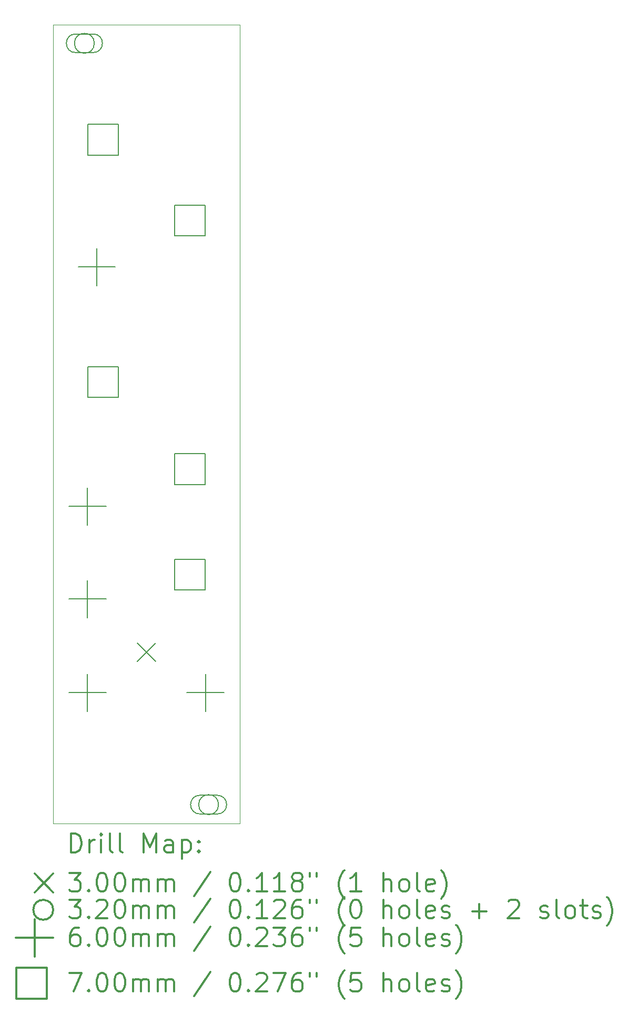
<source format=gbr>
%FSLAX45Y45*%
G04 Gerber Fmt 4.5, Leading zero omitted, Abs format (unit mm)*
G04 Created by KiCad (PCBNEW 5.1.9+dfsg1-1~bpo10+1) date 2022-03-11 22:20:48*
%MOMM*%
%LPD*%
G01*
G04 APERTURE LIST*
%TA.AperFunction,Profile*%
%ADD10C,0.050000*%
%TD*%
%ADD11C,0.200000*%
%ADD12C,0.300000*%
G04 APERTURE END LIST*
D10*
X7000000Y-4000000D02*
X7000000Y-16850000D01*
X4000000Y-16850000D02*
X4000000Y-4000000D01*
X7000000Y-16850000D02*
X4000000Y-16850000D01*
X4000000Y-4000000D02*
X7000000Y-4000000D01*
D11*
X5350000Y-13950000D02*
X5650000Y-14250000D01*
X5650000Y-13950000D02*
X5350000Y-14250000D01*
X4660000Y-4300000D02*
G75*
G03*
X4660000Y-4300000I-160000J0D01*
G01*
X4360000Y-4450000D02*
X4640000Y-4450000D01*
X4360000Y-4150000D02*
X4640000Y-4150000D01*
X4640000Y-4450000D02*
G75*
G03*
X4640000Y-4150000I0J150000D01*
G01*
X4360000Y-4150000D02*
G75*
G03*
X4360000Y-4450000I0J-150000D01*
G01*
X6660000Y-16550000D02*
G75*
G03*
X6660000Y-16550000I-160000J0D01*
G01*
X6360000Y-16700000D02*
X6640000Y-16700000D01*
X6360000Y-16400000D02*
X6640000Y-16400000D01*
X6640000Y-16700000D02*
G75*
G03*
X6640000Y-16400000I0J150000D01*
G01*
X6360000Y-16400000D02*
G75*
G03*
X6360000Y-16700000I0J-150000D01*
G01*
X4550000Y-11450000D02*
X4550000Y-12050000D01*
X4250000Y-11750000D02*
X4850000Y-11750000D01*
X4550000Y-12940000D02*
X4550000Y-13540000D01*
X4250000Y-13240000D02*
X4850000Y-13240000D01*
X4550000Y-14450000D02*
X4550000Y-15050000D01*
X4250000Y-14750000D02*
X4850000Y-14750000D01*
X4700000Y-7600000D02*
X4700000Y-8200000D01*
X4400000Y-7900000D02*
X5000000Y-7900000D01*
X6450000Y-14450000D02*
X6450000Y-15050000D01*
X6150000Y-14750000D02*
X6750000Y-14750000D01*
X5047490Y-6097490D02*
X5047490Y-5602510D01*
X4552510Y-5602510D01*
X4552510Y-6097490D01*
X5047490Y-6097490D01*
X5047490Y-9997490D02*
X5047490Y-9502510D01*
X4552510Y-9502510D01*
X4552510Y-9997490D01*
X5047490Y-9997490D01*
X6447490Y-7397490D02*
X6447490Y-6902510D01*
X5952510Y-6902510D01*
X5952510Y-7397490D01*
X6447490Y-7397490D01*
X6447490Y-11397490D02*
X6447490Y-10902510D01*
X5952510Y-10902510D01*
X5952510Y-11397490D01*
X6447490Y-11397490D01*
X6447490Y-13097490D02*
X6447490Y-12602510D01*
X5952510Y-12602510D01*
X5952510Y-13097490D01*
X6447490Y-13097490D01*
D12*
X4283928Y-17318214D02*
X4283928Y-17018214D01*
X4355357Y-17018214D01*
X4398214Y-17032500D01*
X4426786Y-17061072D01*
X4441071Y-17089643D01*
X4455357Y-17146786D01*
X4455357Y-17189643D01*
X4441071Y-17246786D01*
X4426786Y-17275357D01*
X4398214Y-17303929D01*
X4355357Y-17318214D01*
X4283928Y-17318214D01*
X4583928Y-17318214D02*
X4583928Y-17118214D01*
X4583928Y-17175357D02*
X4598214Y-17146786D01*
X4612500Y-17132500D01*
X4641071Y-17118214D01*
X4669643Y-17118214D01*
X4769643Y-17318214D02*
X4769643Y-17118214D01*
X4769643Y-17018214D02*
X4755357Y-17032500D01*
X4769643Y-17046786D01*
X4783928Y-17032500D01*
X4769643Y-17018214D01*
X4769643Y-17046786D01*
X4955357Y-17318214D02*
X4926786Y-17303929D01*
X4912500Y-17275357D01*
X4912500Y-17018214D01*
X5112500Y-17318214D02*
X5083928Y-17303929D01*
X5069643Y-17275357D01*
X5069643Y-17018214D01*
X5455357Y-17318214D02*
X5455357Y-17018214D01*
X5555357Y-17232500D01*
X5655357Y-17018214D01*
X5655357Y-17318214D01*
X5926786Y-17318214D02*
X5926786Y-17161072D01*
X5912500Y-17132500D01*
X5883928Y-17118214D01*
X5826786Y-17118214D01*
X5798214Y-17132500D01*
X5926786Y-17303929D02*
X5898214Y-17318214D01*
X5826786Y-17318214D01*
X5798214Y-17303929D01*
X5783928Y-17275357D01*
X5783928Y-17246786D01*
X5798214Y-17218214D01*
X5826786Y-17203929D01*
X5898214Y-17203929D01*
X5926786Y-17189643D01*
X6069643Y-17118214D02*
X6069643Y-17418214D01*
X6069643Y-17132500D02*
X6098214Y-17118214D01*
X6155357Y-17118214D01*
X6183928Y-17132500D01*
X6198214Y-17146786D01*
X6212500Y-17175357D01*
X6212500Y-17261072D01*
X6198214Y-17289643D01*
X6183928Y-17303929D01*
X6155357Y-17318214D01*
X6098214Y-17318214D01*
X6069643Y-17303929D01*
X6341071Y-17289643D02*
X6355357Y-17303929D01*
X6341071Y-17318214D01*
X6326786Y-17303929D01*
X6341071Y-17289643D01*
X6341071Y-17318214D01*
X6341071Y-17132500D02*
X6355357Y-17146786D01*
X6341071Y-17161072D01*
X6326786Y-17146786D01*
X6341071Y-17132500D01*
X6341071Y-17161072D01*
X3697500Y-17662500D02*
X3997500Y-17962500D01*
X3997500Y-17662500D02*
X3697500Y-17962500D01*
X4255357Y-17648214D02*
X4441071Y-17648214D01*
X4341071Y-17762500D01*
X4383928Y-17762500D01*
X4412500Y-17776786D01*
X4426786Y-17791072D01*
X4441071Y-17819643D01*
X4441071Y-17891072D01*
X4426786Y-17919643D01*
X4412500Y-17933929D01*
X4383928Y-17948214D01*
X4298214Y-17948214D01*
X4269643Y-17933929D01*
X4255357Y-17919643D01*
X4569643Y-17919643D02*
X4583928Y-17933929D01*
X4569643Y-17948214D01*
X4555357Y-17933929D01*
X4569643Y-17919643D01*
X4569643Y-17948214D01*
X4769643Y-17648214D02*
X4798214Y-17648214D01*
X4826786Y-17662500D01*
X4841071Y-17676786D01*
X4855357Y-17705357D01*
X4869643Y-17762500D01*
X4869643Y-17833929D01*
X4855357Y-17891072D01*
X4841071Y-17919643D01*
X4826786Y-17933929D01*
X4798214Y-17948214D01*
X4769643Y-17948214D01*
X4741071Y-17933929D01*
X4726786Y-17919643D01*
X4712500Y-17891072D01*
X4698214Y-17833929D01*
X4698214Y-17762500D01*
X4712500Y-17705357D01*
X4726786Y-17676786D01*
X4741071Y-17662500D01*
X4769643Y-17648214D01*
X5055357Y-17648214D02*
X5083928Y-17648214D01*
X5112500Y-17662500D01*
X5126786Y-17676786D01*
X5141071Y-17705357D01*
X5155357Y-17762500D01*
X5155357Y-17833929D01*
X5141071Y-17891072D01*
X5126786Y-17919643D01*
X5112500Y-17933929D01*
X5083928Y-17948214D01*
X5055357Y-17948214D01*
X5026786Y-17933929D01*
X5012500Y-17919643D01*
X4998214Y-17891072D01*
X4983928Y-17833929D01*
X4983928Y-17762500D01*
X4998214Y-17705357D01*
X5012500Y-17676786D01*
X5026786Y-17662500D01*
X5055357Y-17648214D01*
X5283928Y-17948214D02*
X5283928Y-17748214D01*
X5283928Y-17776786D02*
X5298214Y-17762500D01*
X5326786Y-17748214D01*
X5369643Y-17748214D01*
X5398214Y-17762500D01*
X5412500Y-17791072D01*
X5412500Y-17948214D01*
X5412500Y-17791072D02*
X5426786Y-17762500D01*
X5455357Y-17748214D01*
X5498214Y-17748214D01*
X5526786Y-17762500D01*
X5541071Y-17791072D01*
X5541071Y-17948214D01*
X5683928Y-17948214D02*
X5683928Y-17748214D01*
X5683928Y-17776786D02*
X5698214Y-17762500D01*
X5726786Y-17748214D01*
X5769643Y-17748214D01*
X5798214Y-17762500D01*
X5812500Y-17791072D01*
X5812500Y-17948214D01*
X5812500Y-17791072D02*
X5826786Y-17762500D01*
X5855357Y-17748214D01*
X5898214Y-17748214D01*
X5926786Y-17762500D01*
X5941071Y-17791072D01*
X5941071Y-17948214D01*
X6526786Y-17633929D02*
X6269643Y-18019643D01*
X6912500Y-17648214D02*
X6941071Y-17648214D01*
X6969643Y-17662500D01*
X6983928Y-17676786D01*
X6998214Y-17705357D01*
X7012500Y-17762500D01*
X7012500Y-17833929D01*
X6998214Y-17891072D01*
X6983928Y-17919643D01*
X6969643Y-17933929D01*
X6941071Y-17948214D01*
X6912500Y-17948214D01*
X6883928Y-17933929D01*
X6869643Y-17919643D01*
X6855357Y-17891072D01*
X6841071Y-17833929D01*
X6841071Y-17762500D01*
X6855357Y-17705357D01*
X6869643Y-17676786D01*
X6883928Y-17662500D01*
X6912500Y-17648214D01*
X7141071Y-17919643D02*
X7155357Y-17933929D01*
X7141071Y-17948214D01*
X7126786Y-17933929D01*
X7141071Y-17919643D01*
X7141071Y-17948214D01*
X7441071Y-17948214D02*
X7269643Y-17948214D01*
X7355357Y-17948214D02*
X7355357Y-17648214D01*
X7326786Y-17691072D01*
X7298214Y-17719643D01*
X7269643Y-17733929D01*
X7726786Y-17948214D02*
X7555357Y-17948214D01*
X7641071Y-17948214D02*
X7641071Y-17648214D01*
X7612500Y-17691072D01*
X7583928Y-17719643D01*
X7555357Y-17733929D01*
X7898214Y-17776786D02*
X7869643Y-17762500D01*
X7855357Y-17748214D01*
X7841071Y-17719643D01*
X7841071Y-17705357D01*
X7855357Y-17676786D01*
X7869643Y-17662500D01*
X7898214Y-17648214D01*
X7955357Y-17648214D01*
X7983928Y-17662500D01*
X7998214Y-17676786D01*
X8012500Y-17705357D01*
X8012500Y-17719643D01*
X7998214Y-17748214D01*
X7983928Y-17762500D01*
X7955357Y-17776786D01*
X7898214Y-17776786D01*
X7869643Y-17791072D01*
X7855357Y-17805357D01*
X7841071Y-17833929D01*
X7841071Y-17891072D01*
X7855357Y-17919643D01*
X7869643Y-17933929D01*
X7898214Y-17948214D01*
X7955357Y-17948214D01*
X7983928Y-17933929D01*
X7998214Y-17919643D01*
X8012500Y-17891072D01*
X8012500Y-17833929D01*
X7998214Y-17805357D01*
X7983928Y-17791072D01*
X7955357Y-17776786D01*
X8126786Y-17648214D02*
X8126786Y-17705357D01*
X8241071Y-17648214D02*
X8241071Y-17705357D01*
X8683928Y-18062500D02*
X8669643Y-18048214D01*
X8641071Y-18005357D01*
X8626786Y-17976786D01*
X8612500Y-17933929D01*
X8598214Y-17862500D01*
X8598214Y-17805357D01*
X8612500Y-17733929D01*
X8626786Y-17691072D01*
X8641071Y-17662500D01*
X8669643Y-17619643D01*
X8683928Y-17605357D01*
X8955357Y-17948214D02*
X8783928Y-17948214D01*
X8869643Y-17948214D02*
X8869643Y-17648214D01*
X8841071Y-17691072D01*
X8812500Y-17719643D01*
X8783928Y-17733929D01*
X9312500Y-17948214D02*
X9312500Y-17648214D01*
X9441071Y-17948214D02*
X9441071Y-17791072D01*
X9426786Y-17762500D01*
X9398214Y-17748214D01*
X9355357Y-17748214D01*
X9326786Y-17762500D01*
X9312500Y-17776786D01*
X9626786Y-17948214D02*
X9598214Y-17933929D01*
X9583928Y-17919643D01*
X9569643Y-17891072D01*
X9569643Y-17805357D01*
X9583928Y-17776786D01*
X9598214Y-17762500D01*
X9626786Y-17748214D01*
X9669643Y-17748214D01*
X9698214Y-17762500D01*
X9712500Y-17776786D01*
X9726786Y-17805357D01*
X9726786Y-17891072D01*
X9712500Y-17919643D01*
X9698214Y-17933929D01*
X9669643Y-17948214D01*
X9626786Y-17948214D01*
X9898214Y-17948214D02*
X9869643Y-17933929D01*
X9855357Y-17905357D01*
X9855357Y-17648214D01*
X10126786Y-17933929D02*
X10098214Y-17948214D01*
X10041071Y-17948214D01*
X10012500Y-17933929D01*
X9998214Y-17905357D01*
X9998214Y-17791072D01*
X10012500Y-17762500D01*
X10041071Y-17748214D01*
X10098214Y-17748214D01*
X10126786Y-17762500D01*
X10141071Y-17791072D01*
X10141071Y-17819643D01*
X9998214Y-17848214D01*
X10241071Y-18062500D02*
X10255357Y-18048214D01*
X10283928Y-18005357D01*
X10298214Y-17976786D01*
X10312500Y-17933929D01*
X10326786Y-17862500D01*
X10326786Y-17805357D01*
X10312500Y-17733929D01*
X10298214Y-17691072D01*
X10283928Y-17662500D01*
X10255357Y-17619643D01*
X10241071Y-17605357D01*
X3997500Y-18242500D02*
G75*
G03*
X3997500Y-18242500I-160000J0D01*
G01*
X4255357Y-18078214D02*
X4441071Y-18078214D01*
X4341071Y-18192500D01*
X4383928Y-18192500D01*
X4412500Y-18206786D01*
X4426786Y-18221072D01*
X4441071Y-18249643D01*
X4441071Y-18321072D01*
X4426786Y-18349643D01*
X4412500Y-18363929D01*
X4383928Y-18378214D01*
X4298214Y-18378214D01*
X4269643Y-18363929D01*
X4255357Y-18349643D01*
X4569643Y-18349643D02*
X4583928Y-18363929D01*
X4569643Y-18378214D01*
X4555357Y-18363929D01*
X4569643Y-18349643D01*
X4569643Y-18378214D01*
X4698214Y-18106786D02*
X4712500Y-18092500D01*
X4741071Y-18078214D01*
X4812500Y-18078214D01*
X4841071Y-18092500D01*
X4855357Y-18106786D01*
X4869643Y-18135357D01*
X4869643Y-18163929D01*
X4855357Y-18206786D01*
X4683928Y-18378214D01*
X4869643Y-18378214D01*
X5055357Y-18078214D02*
X5083928Y-18078214D01*
X5112500Y-18092500D01*
X5126786Y-18106786D01*
X5141071Y-18135357D01*
X5155357Y-18192500D01*
X5155357Y-18263929D01*
X5141071Y-18321072D01*
X5126786Y-18349643D01*
X5112500Y-18363929D01*
X5083928Y-18378214D01*
X5055357Y-18378214D01*
X5026786Y-18363929D01*
X5012500Y-18349643D01*
X4998214Y-18321072D01*
X4983928Y-18263929D01*
X4983928Y-18192500D01*
X4998214Y-18135357D01*
X5012500Y-18106786D01*
X5026786Y-18092500D01*
X5055357Y-18078214D01*
X5283928Y-18378214D02*
X5283928Y-18178214D01*
X5283928Y-18206786D02*
X5298214Y-18192500D01*
X5326786Y-18178214D01*
X5369643Y-18178214D01*
X5398214Y-18192500D01*
X5412500Y-18221072D01*
X5412500Y-18378214D01*
X5412500Y-18221072D02*
X5426786Y-18192500D01*
X5455357Y-18178214D01*
X5498214Y-18178214D01*
X5526786Y-18192500D01*
X5541071Y-18221072D01*
X5541071Y-18378214D01*
X5683928Y-18378214D02*
X5683928Y-18178214D01*
X5683928Y-18206786D02*
X5698214Y-18192500D01*
X5726786Y-18178214D01*
X5769643Y-18178214D01*
X5798214Y-18192500D01*
X5812500Y-18221072D01*
X5812500Y-18378214D01*
X5812500Y-18221072D02*
X5826786Y-18192500D01*
X5855357Y-18178214D01*
X5898214Y-18178214D01*
X5926786Y-18192500D01*
X5941071Y-18221072D01*
X5941071Y-18378214D01*
X6526786Y-18063929D02*
X6269643Y-18449643D01*
X6912500Y-18078214D02*
X6941071Y-18078214D01*
X6969643Y-18092500D01*
X6983928Y-18106786D01*
X6998214Y-18135357D01*
X7012500Y-18192500D01*
X7012500Y-18263929D01*
X6998214Y-18321072D01*
X6983928Y-18349643D01*
X6969643Y-18363929D01*
X6941071Y-18378214D01*
X6912500Y-18378214D01*
X6883928Y-18363929D01*
X6869643Y-18349643D01*
X6855357Y-18321072D01*
X6841071Y-18263929D01*
X6841071Y-18192500D01*
X6855357Y-18135357D01*
X6869643Y-18106786D01*
X6883928Y-18092500D01*
X6912500Y-18078214D01*
X7141071Y-18349643D02*
X7155357Y-18363929D01*
X7141071Y-18378214D01*
X7126786Y-18363929D01*
X7141071Y-18349643D01*
X7141071Y-18378214D01*
X7441071Y-18378214D02*
X7269643Y-18378214D01*
X7355357Y-18378214D02*
X7355357Y-18078214D01*
X7326786Y-18121072D01*
X7298214Y-18149643D01*
X7269643Y-18163929D01*
X7555357Y-18106786D02*
X7569643Y-18092500D01*
X7598214Y-18078214D01*
X7669643Y-18078214D01*
X7698214Y-18092500D01*
X7712500Y-18106786D01*
X7726786Y-18135357D01*
X7726786Y-18163929D01*
X7712500Y-18206786D01*
X7541071Y-18378214D01*
X7726786Y-18378214D01*
X7983928Y-18078214D02*
X7926786Y-18078214D01*
X7898214Y-18092500D01*
X7883928Y-18106786D01*
X7855357Y-18149643D01*
X7841071Y-18206786D01*
X7841071Y-18321072D01*
X7855357Y-18349643D01*
X7869643Y-18363929D01*
X7898214Y-18378214D01*
X7955357Y-18378214D01*
X7983928Y-18363929D01*
X7998214Y-18349643D01*
X8012500Y-18321072D01*
X8012500Y-18249643D01*
X7998214Y-18221072D01*
X7983928Y-18206786D01*
X7955357Y-18192500D01*
X7898214Y-18192500D01*
X7869643Y-18206786D01*
X7855357Y-18221072D01*
X7841071Y-18249643D01*
X8126786Y-18078214D02*
X8126786Y-18135357D01*
X8241071Y-18078214D02*
X8241071Y-18135357D01*
X8683928Y-18492500D02*
X8669643Y-18478214D01*
X8641071Y-18435357D01*
X8626786Y-18406786D01*
X8612500Y-18363929D01*
X8598214Y-18292500D01*
X8598214Y-18235357D01*
X8612500Y-18163929D01*
X8626786Y-18121072D01*
X8641071Y-18092500D01*
X8669643Y-18049643D01*
X8683928Y-18035357D01*
X8855357Y-18078214D02*
X8883928Y-18078214D01*
X8912500Y-18092500D01*
X8926786Y-18106786D01*
X8941071Y-18135357D01*
X8955357Y-18192500D01*
X8955357Y-18263929D01*
X8941071Y-18321072D01*
X8926786Y-18349643D01*
X8912500Y-18363929D01*
X8883928Y-18378214D01*
X8855357Y-18378214D01*
X8826786Y-18363929D01*
X8812500Y-18349643D01*
X8798214Y-18321072D01*
X8783928Y-18263929D01*
X8783928Y-18192500D01*
X8798214Y-18135357D01*
X8812500Y-18106786D01*
X8826786Y-18092500D01*
X8855357Y-18078214D01*
X9312500Y-18378214D02*
X9312500Y-18078214D01*
X9441071Y-18378214D02*
X9441071Y-18221072D01*
X9426786Y-18192500D01*
X9398214Y-18178214D01*
X9355357Y-18178214D01*
X9326786Y-18192500D01*
X9312500Y-18206786D01*
X9626786Y-18378214D02*
X9598214Y-18363929D01*
X9583928Y-18349643D01*
X9569643Y-18321072D01*
X9569643Y-18235357D01*
X9583928Y-18206786D01*
X9598214Y-18192500D01*
X9626786Y-18178214D01*
X9669643Y-18178214D01*
X9698214Y-18192500D01*
X9712500Y-18206786D01*
X9726786Y-18235357D01*
X9726786Y-18321072D01*
X9712500Y-18349643D01*
X9698214Y-18363929D01*
X9669643Y-18378214D01*
X9626786Y-18378214D01*
X9898214Y-18378214D02*
X9869643Y-18363929D01*
X9855357Y-18335357D01*
X9855357Y-18078214D01*
X10126786Y-18363929D02*
X10098214Y-18378214D01*
X10041071Y-18378214D01*
X10012500Y-18363929D01*
X9998214Y-18335357D01*
X9998214Y-18221072D01*
X10012500Y-18192500D01*
X10041071Y-18178214D01*
X10098214Y-18178214D01*
X10126786Y-18192500D01*
X10141071Y-18221072D01*
X10141071Y-18249643D01*
X9998214Y-18278214D01*
X10255357Y-18363929D02*
X10283928Y-18378214D01*
X10341071Y-18378214D01*
X10369643Y-18363929D01*
X10383928Y-18335357D01*
X10383928Y-18321072D01*
X10369643Y-18292500D01*
X10341071Y-18278214D01*
X10298214Y-18278214D01*
X10269643Y-18263929D01*
X10255357Y-18235357D01*
X10255357Y-18221072D01*
X10269643Y-18192500D01*
X10298214Y-18178214D01*
X10341071Y-18178214D01*
X10369643Y-18192500D01*
X10741071Y-18263929D02*
X10969643Y-18263929D01*
X10855357Y-18378214D02*
X10855357Y-18149643D01*
X11326786Y-18106786D02*
X11341071Y-18092500D01*
X11369643Y-18078214D01*
X11441071Y-18078214D01*
X11469643Y-18092500D01*
X11483928Y-18106786D01*
X11498214Y-18135357D01*
X11498214Y-18163929D01*
X11483928Y-18206786D01*
X11312500Y-18378214D01*
X11498214Y-18378214D01*
X11841071Y-18363929D02*
X11869643Y-18378214D01*
X11926786Y-18378214D01*
X11955357Y-18363929D01*
X11969643Y-18335357D01*
X11969643Y-18321072D01*
X11955357Y-18292500D01*
X11926786Y-18278214D01*
X11883928Y-18278214D01*
X11855357Y-18263929D01*
X11841071Y-18235357D01*
X11841071Y-18221072D01*
X11855357Y-18192500D01*
X11883928Y-18178214D01*
X11926786Y-18178214D01*
X11955357Y-18192500D01*
X12141071Y-18378214D02*
X12112500Y-18363929D01*
X12098214Y-18335357D01*
X12098214Y-18078214D01*
X12298214Y-18378214D02*
X12269643Y-18363929D01*
X12255357Y-18349643D01*
X12241071Y-18321072D01*
X12241071Y-18235357D01*
X12255357Y-18206786D01*
X12269643Y-18192500D01*
X12298214Y-18178214D01*
X12341071Y-18178214D01*
X12369643Y-18192500D01*
X12383928Y-18206786D01*
X12398214Y-18235357D01*
X12398214Y-18321072D01*
X12383928Y-18349643D01*
X12369643Y-18363929D01*
X12341071Y-18378214D01*
X12298214Y-18378214D01*
X12483928Y-18178214D02*
X12598214Y-18178214D01*
X12526786Y-18078214D02*
X12526786Y-18335357D01*
X12541071Y-18363929D01*
X12569643Y-18378214D01*
X12598214Y-18378214D01*
X12683928Y-18363929D02*
X12712500Y-18378214D01*
X12769643Y-18378214D01*
X12798214Y-18363929D01*
X12812500Y-18335357D01*
X12812500Y-18321072D01*
X12798214Y-18292500D01*
X12769643Y-18278214D01*
X12726786Y-18278214D01*
X12698214Y-18263929D01*
X12683928Y-18235357D01*
X12683928Y-18221072D01*
X12698214Y-18192500D01*
X12726786Y-18178214D01*
X12769643Y-18178214D01*
X12798214Y-18192500D01*
X12912500Y-18492500D02*
X12926786Y-18478214D01*
X12955357Y-18435357D01*
X12969643Y-18406786D01*
X12983928Y-18363929D01*
X12998214Y-18292500D01*
X12998214Y-18235357D01*
X12983928Y-18163929D01*
X12969643Y-18121072D01*
X12955357Y-18092500D01*
X12926786Y-18049643D01*
X12912500Y-18035357D01*
X3697500Y-18392500D02*
X3697500Y-18992500D01*
X3397500Y-18692500D02*
X3997500Y-18692500D01*
X4412500Y-18528214D02*
X4355357Y-18528214D01*
X4326786Y-18542500D01*
X4312500Y-18556786D01*
X4283928Y-18599643D01*
X4269643Y-18656786D01*
X4269643Y-18771072D01*
X4283928Y-18799643D01*
X4298214Y-18813929D01*
X4326786Y-18828214D01*
X4383928Y-18828214D01*
X4412500Y-18813929D01*
X4426786Y-18799643D01*
X4441071Y-18771072D01*
X4441071Y-18699643D01*
X4426786Y-18671072D01*
X4412500Y-18656786D01*
X4383928Y-18642500D01*
X4326786Y-18642500D01*
X4298214Y-18656786D01*
X4283928Y-18671072D01*
X4269643Y-18699643D01*
X4569643Y-18799643D02*
X4583928Y-18813929D01*
X4569643Y-18828214D01*
X4555357Y-18813929D01*
X4569643Y-18799643D01*
X4569643Y-18828214D01*
X4769643Y-18528214D02*
X4798214Y-18528214D01*
X4826786Y-18542500D01*
X4841071Y-18556786D01*
X4855357Y-18585357D01*
X4869643Y-18642500D01*
X4869643Y-18713929D01*
X4855357Y-18771072D01*
X4841071Y-18799643D01*
X4826786Y-18813929D01*
X4798214Y-18828214D01*
X4769643Y-18828214D01*
X4741071Y-18813929D01*
X4726786Y-18799643D01*
X4712500Y-18771072D01*
X4698214Y-18713929D01*
X4698214Y-18642500D01*
X4712500Y-18585357D01*
X4726786Y-18556786D01*
X4741071Y-18542500D01*
X4769643Y-18528214D01*
X5055357Y-18528214D02*
X5083928Y-18528214D01*
X5112500Y-18542500D01*
X5126786Y-18556786D01*
X5141071Y-18585357D01*
X5155357Y-18642500D01*
X5155357Y-18713929D01*
X5141071Y-18771072D01*
X5126786Y-18799643D01*
X5112500Y-18813929D01*
X5083928Y-18828214D01*
X5055357Y-18828214D01*
X5026786Y-18813929D01*
X5012500Y-18799643D01*
X4998214Y-18771072D01*
X4983928Y-18713929D01*
X4983928Y-18642500D01*
X4998214Y-18585357D01*
X5012500Y-18556786D01*
X5026786Y-18542500D01*
X5055357Y-18528214D01*
X5283928Y-18828214D02*
X5283928Y-18628214D01*
X5283928Y-18656786D02*
X5298214Y-18642500D01*
X5326786Y-18628214D01*
X5369643Y-18628214D01*
X5398214Y-18642500D01*
X5412500Y-18671072D01*
X5412500Y-18828214D01*
X5412500Y-18671072D02*
X5426786Y-18642500D01*
X5455357Y-18628214D01*
X5498214Y-18628214D01*
X5526786Y-18642500D01*
X5541071Y-18671072D01*
X5541071Y-18828214D01*
X5683928Y-18828214D02*
X5683928Y-18628214D01*
X5683928Y-18656786D02*
X5698214Y-18642500D01*
X5726786Y-18628214D01*
X5769643Y-18628214D01*
X5798214Y-18642500D01*
X5812500Y-18671072D01*
X5812500Y-18828214D01*
X5812500Y-18671072D02*
X5826786Y-18642500D01*
X5855357Y-18628214D01*
X5898214Y-18628214D01*
X5926786Y-18642500D01*
X5941071Y-18671072D01*
X5941071Y-18828214D01*
X6526786Y-18513929D02*
X6269643Y-18899643D01*
X6912500Y-18528214D02*
X6941071Y-18528214D01*
X6969643Y-18542500D01*
X6983928Y-18556786D01*
X6998214Y-18585357D01*
X7012500Y-18642500D01*
X7012500Y-18713929D01*
X6998214Y-18771072D01*
X6983928Y-18799643D01*
X6969643Y-18813929D01*
X6941071Y-18828214D01*
X6912500Y-18828214D01*
X6883928Y-18813929D01*
X6869643Y-18799643D01*
X6855357Y-18771072D01*
X6841071Y-18713929D01*
X6841071Y-18642500D01*
X6855357Y-18585357D01*
X6869643Y-18556786D01*
X6883928Y-18542500D01*
X6912500Y-18528214D01*
X7141071Y-18799643D02*
X7155357Y-18813929D01*
X7141071Y-18828214D01*
X7126786Y-18813929D01*
X7141071Y-18799643D01*
X7141071Y-18828214D01*
X7269643Y-18556786D02*
X7283928Y-18542500D01*
X7312500Y-18528214D01*
X7383928Y-18528214D01*
X7412500Y-18542500D01*
X7426786Y-18556786D01*
X7441071Y-18585357D01*
X7441071Y-18613929D01*
X7426786Y-18656786D01*
X7255357Y-18828214D01*
X7441071Y-18828214D01*
X7541071Y-18528214D02*
X7726786Y-18528214D01*
X7626786Y-18642500D01*
X7669643Y-18642500D01*
X7698214Y-18656786D01*
X7712500Y-18671072D01*
X7726786Y-18699643D01*
X7726786Y-18771072D01*
X7712500Y-18799643D01*
X7698214Y-18813929D01*
X7669643Y-18828214D01*
X7583928Y-18828214D01*
X7555357Y-18813929D01*
X7541071Y-18799643D01*
X7983928Y-18528214D02*
X7926786Y-18528214D01*
X7898214Y-18542500D01*
X7883928Y-18556786D01*
X7855357Y-18599643D01*
X7841071Y-18656786D01*
X7841071Y-18771072D01*
X7855357Y-18799643D01*
X7869643Y-18813929D01*
X7898214Y-18828214D01*
X7955357Y-18828214D01*
X7983928Y-18813929D01*
X7998214Y-18799643D01*
X8012500Y-18771072D01*
X8012500Y-18699643D01*
X7998214Y-18671072D01*
X7983928Y-18656786D01*
X7955357Y-18642500D01*
X7898214Y-18642500D01*
X7869643Y-18656786D01*
X7855357Y-18671072D01*
X7841071Y-18699643D01*
X8126786Y-18528214D02*
X8126786Y-18585357D01*
X8241071Y-18528214D02*
X8241071Y-18585357D01*
X8683928Y-18942500D02*
X8669643Y-18928214D01*
X8641071Y-18885357D01*
X8626786Y-18856786D01*
X8612500Y-18813929D01*
X8598214Y-18742500D01*
X8598214Y-18685357D01*
X8612500Y-18613929D01*
X8626786Y-18571072D01*
X8641071Y-18542500D01*
X8669643Y-18499643D01*
X8683928Y-18485357D01*
X8941071Y-18528214D02*
X8798214Y-18528214D01*
X8783928Y-18671072D01*
X8798214Y-18656786D01*
X8826786Y-18642500D01*
X8898214Y-18642500D01*
X8926786Y-18656786D01*
X8941071Y-18671072D01*
X8955357Y-18699643D01*
X8955357Y-18771072D01*
X8941071Y-18799643D01*
X8926786Y-18813929D01*
X8898214Y-18828214D01*
X8826786Y-18828214D01*
X8798214Y-18813929D01*
X8783928Y-18799643D01*
X9312500Y-18828214D02*
X9312500Y-18528214D01*
X9441071Y-18828214D02*
X9441071Y-18671072D01*
X9426786Y-18642500D01*
X9398214Y-18628214D01*
X9355357Y-18628214D01*
X9326786Y-18642500D01*
X9312500Y-18656786D01*
X9626786Y-18828214D02*
X9598214Y-18813929D01*
X9583928Y-18799643D01*
X9569643Y-18771072D01*
X9569643Y-18685357D01*
X9583928Y-18656786D01*
X9598214Y-18642500D01*
X9626786Y-18628214D01*
X9669643Y-18628214D01*
X9698214Y-18642500D01*
X9712500Y-18656786D01*
X9726786Y-18685357D01*
X9726786Y-18771072D01*
X9712500Y-18799643D01*
X9698214Y-18813929D01*
X9669643Y-18828214D01*
X9626786Y-18828214D01*
X9898214Y-18828214D02*
X9869643Y-18813929D01*
X9855357Y-18785357D01*
X9855357Y-18528214D01*
X10126786Y-18813929D02*
X10098214Y-18828214D01*
X10041071Y-18828214D01*
X10012500Y-18813929D01*
X9998214Y-18785357D01*
X9998214Y-18671072D01*
X10012500Y-18642500D01*
X10041071Y-18628214D01*
X10098214Y-18628214D01*
X10126786Y-18642500D01*
X10141071Y-18671072D01*
X10141071Y-18699643D01*
X9998214Y-18728214D01*
X10255357Y-18813929D02*
X10283928Y-18828214D01*
X10341071Y-18828214D01*
X10369643Y-18813929D01*
X10383928Y-18785357D01*
X10383928Y-18771072D01*
X10369643Y-18742500D01*
X10341071Y-18728214D01*
X10298214Y-18728214D01*
X10269643Y-18713929D01*
X10255357Y-18685357D01*
X10255357Y-18671072D01*
X10269643Y-18642500D01*
X10298214Y-18628214D01*
X10341071Y-18628214D01*
X10369643Y-18642500D01*
X10483928Y-18942500D02*
X10498214Y-18928214D01*
X10526786Y-18885357D01*
X10541071Y-18856786D01*
X10555357Y-18813929D01*
X10569643Y-18742500D01*
X10569643Y-18685357D01*
X10555357Y-18613929D01*
X10541071Y-18571072D01*
X10526786Y-18542500D01*
X10498214Y-18499643D01*
X10483928Y-18485357D01*
X3894990Y-19669990D02*
X3894990Y-19175010D01*
X3400010Y-19175010D01*
X3400010Y-19669990D01*
X3894990Y-19669990D01*
X4255357Y-19258214D02*
X4455357Y-19258214D01*
X4326786Y-19558214D01*
X4569643Y-19529643D02*
X4583928Y-19543929D01*
X4569643Y-19558214D01*
X4555357Y-19543929D01*
X4569643Y-19529643D01*
X4569643Y-19558214D01*
X4769643Y-19258214D02*
X4798214Y-19258214D01*
X4826786Y-19272500D01*
X4841071Y-19286786D01*
X4855357Y-19315357D01*
X4869643Y-19372500D01*
X4869643Y-19443929D01*
X4855357Y-19501072D01*
X4841071Y-19529643D01*
X4826786Y-19543929D01*
X4798214Y-19558214D01*
X4769643Y-19558214D01*
X4741071Y-19543929D01*
X4726786Y-19529643D01*
X4712500Y-19501072D01*
X4698214Y-19443929D01*
X4698214Y-19372500D01*
X4712500Y-19315357D01*
X4726786Y-19286786D01*
X4741071Y-19272500D01*
X4769643Y-19258214D01*
X5055357Y-19258214D02*
X5083928Y-19258214D01*
X5112500Y-19272500D01*
X5126786Y-19286786D01*
X5141071Y-19315357D01*
X5155357Y-19372500D01*
X5155357Y-19443929D01*
X5141071Y-19501072D01*
X5126786Y-19529643D01*
X5112500Y-19543929D01*
X5083928Y-19558214D01*
X5055357Y-19558214D01*
X5026786Y-19543929D01*
X5012500Y-19529643D01*
X4998214Y-19501072D01*
X4983928Y-19443929D01*
X4983928Y-19372500D01*
X4998214Y-19315357D01*
X5012500Y-19286786D01*
X5026786Y-19272500D01*
X5055357Y-19258214D01*
X5283928Y-19558214D02*
X5283928Y-19358214D01*
X5283928Y-19386786D02*
X5298214Y-19372500D01*
X5326786Y-19358214D01*
X5369643Y-19358214D01*
X5398214Y-19372500D01*
X5412500Y-19401072D01*
X5412500Y-19558214D01*
X5412500Y-19401072D02*
X5426786Y-19372500D01*
X5455357Y-19358214D01*
X5498214Y-19358214D01*
X5526786Y-19372500D01*
X5541071Y-19401072D01*
X5541071Y-19558214D01*
X5683928Y-19558214D02*
X5683928Y-19358214D01*
X5683928Y-19386786D02*
X5698214Y-19372500D01*
X5726786Y-19358214D01*
X5769643Y-19358214D01*
X5798214Y-19372500D01*
X5812500Y-19401072D01*
X5812500Y-19558214D01*
X5812500Y-19401072D02*
X5826786Y-19372500D01*
X5855357Y-19358214D01*
X5898214Y-19358214D01*
X5926786Y-19372500D01*
X5941071Y-19401072D01*
X5941071Y-19558214D01*
X6526786Y-19243929D02*
X6269643Y-19629643D01*
X6912500Y-19258214D02*
X6941071Y-19258214D01*
X6969643Y-19272500D01*
X6983928Y-19286786D01*
X6998214Y-19315357D01*
X7012500Y-19372500D01*
X7012500Y-19443929D01*
X6998214Y-19501072D01*
X6983928Y-19529643D01*
X6969643Y-19543929D01*
X6941071Y-19558214D01*
X6912500Y-19558214D01*
X6883928Y-19543929D01*
X6869643Y-19529643D01*
X6855357Y-19501072D01*
X6841071Y-19443929D01*
X6841071Y-19372500D01*
X6855357Y-19315357D01*
X6869643Y-19286786D01*
X6883928Y-19272500D01*
X6912500Y-19258214D01*
X7141071Y-19529643D02*
X7155357Y-19543929D01*
X7141071Y-19558214D01*
X7126786Y-19543929D01*
X7141071Y-19529643D01*
X7141071Y-19558214D01*
X7269643Y-19286786D02*
X7283928Y-19272500D01*
X7312500Y-19258214D01*
X7383928Y-19258214D01*
X7412500Y-19272500D01*
X7426786Y-19286786D01*
X7441071Y-19315357D01*
X7441071Y-19343929D01*
X7426786Y-19386786D01*
X7255357Y-19558214D01*
X7441071Y-19558214D01*
X7541071Y-19258214D02*
X7741071Y-19258214D01*
X7612500Y-19558214D01*
X7983928Y-19258214D02*
X7926786Y-19258214D01*
X7898214Y-19272500D01*
X7883928Y-19286786D01*
X7855357Y-19329643D01*
X7841071Y-19386786D01*
X7841071Y-19501072D01*
X7855357Y-19529643D01*
X7869643Y-19543929D01*
X7898214Y-19558214D01*
X7955357Y-19558214D01*
X7983928Y-19543929D01*
X7998214Y-19529643D01*
X8012500Y-19501072D01*
X8012500Y-19429643D01*
X7998214Y-19401072D01*
X7983928Y-19386786D01*
X7955357Y-19372500D01*
X7898214Y-19372500D01*
X7869643Y-19386786D01*
X7855357Y-19401072D01*
X7841071Y-19429643D01*
X8126786Y-19258214D02*
X8126786Y-19315357D01*
X8241071Y-19258214D02*
X8241071Y-19315357D01*
X8683928Y-19672500D02*
X8669643Y-19658214D01*
X8641071Y-19615357D01*
X8626786Y-19586786D01*
X8612500Y-19543929D01*
X8598214Y-19472500D01*
X8598214Y-19415357D01*
X8612500Y-19343929D01*
X8626786Y-19301072D01*
X8641071Y-19272500D01*
X8669643Y-19229643D01*
X8683928Y-19215357D01*
X8941071Y-19258214D02*
X8798214Y-19258214D01*
X8783928Y-19401072D01*
X8798214Y-19386786D01*
X8826786Y-19372500D01*
X8898214Y-19372500D01*
X8926786Y-19386786D01*
X8941071Y-19401072D01*
X8955357Y-19429643D01*
X8955357Y-19501072D01*
X8941071Y-19529643D01*
X8926786Y-19543929D01*
X8898214Y-19558214D01*
X8826786Y-19558214D01*
X8798214Y-19543929D01*
X8783928Y-19529643D01*
X9312500Y-19558214D02*
X9312500Y-19258214D01*
X9441071Y-19558214D02*
X9441071Y-19401072D01*
X9426786Y-19372500D01*
X9398214Y-19358214D01*
X9355357Y-19358214D01*
X9326786Y-19372500D01*
X9312500Y-19386786D01*
X9626786Y-19558214D02*
X9598214Y-19543929D01*
X9583928Y-19529643D01*
X9569643Y-19501072D01*
X9569643Y-19415357D01*
X9583928Y-19386786D01*
X9598214Y-19372500D01*
X9626786Y-19358214D01*
X9669643Y-19358214D01*
X9698214Y-19372500D01*
X9712500Y-19386786D01*
X9726786Y-19415357D01*
X9726786Y-19501072D01*
X9712500Y-19529643D01*
X9698214Y-19543929D01*
X9669643Y-19558214D01*
X9626786Y-19558214D01*
X9898214Y-19558214D02*
X9869643Y-19543929D01*
X9855357Y-19515357D01*
X9855357Y-19258214D01*
X10126786Y-19543929D02*
X10098214Y-19558214D01*
X10041071Y-19558214D01*
X10012500Y-19543929D01*
X9998214Y-19515357D01*
X9998214Y-19401072D01*
X10012500Y-19372500D01*
X10041071Y-19358214D01*
X10098214Y-19358214D01*
X10126786Y-19372500D01*
X10141071Y-19401072D01*
X10141071Y-19429643D01*
X9998214Y-19458214D01*
X10255357Y-19543929D02*
X10283928Y-19558214D01*
X10341071Y-19558214D01*
X10369643Y-19543929D01*
X10383928Y-19515357D01*
X10383928Y-19501072D01*
X10369643Y-19472500D01*
X10341071Y-19458214D01*
X10298214Y-19458214D01*
X10269643Y-19443929D01*
X10255357Y-19415357D01*
X10255357Y-19401072D01*
X10269643Y-19372500D01*
X10298214Y-19358214D01*
X10341071Y-19358214D01*
X10369643Y-19372500D01*
X10483928Y-19672500D02*
X10498214Y-19658214D01*
X10526786Y-19615357D01*
X10541071Y-19586786D01*
X10555357Y-19543929D01*
X10569643Y-19472500D01*
X10569643Y-19415357D01*
X10555357Y-19343929D01*
X10541071Y-19301072D01*
X10526786Y-19272500D01*
X10498214Y-19229643D01*
X10483928Y-19215357D01*
M02*

</source>
